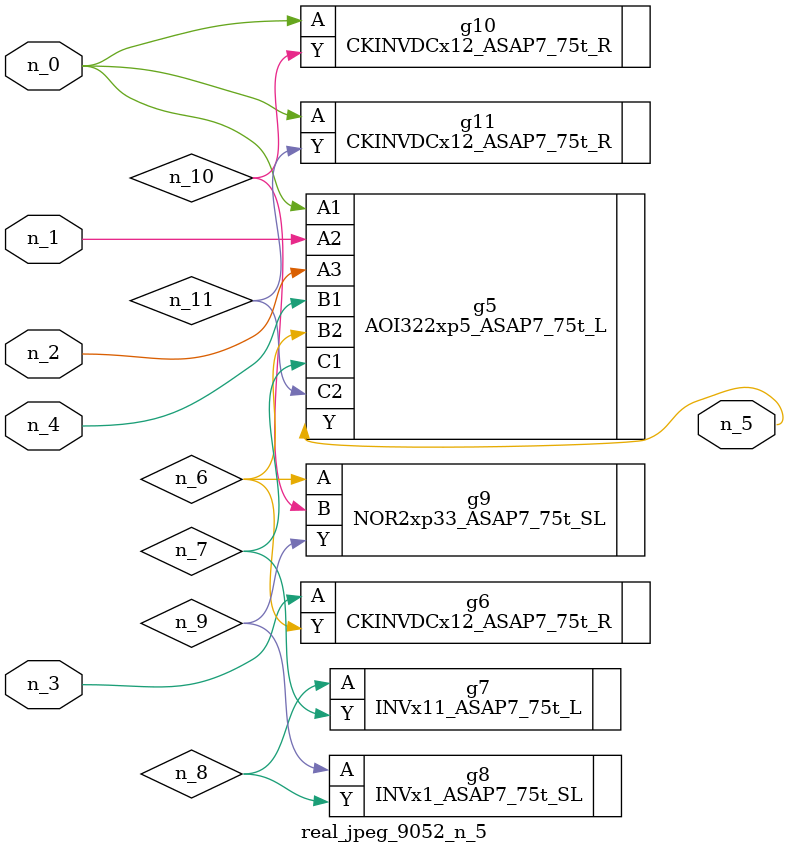
<source format=v>
module real_jpeg_9052_n_5 (n_4, n_0, n_1, n_2, n_3, n_5);

input n_4;
input n_0;
input n_1;
input n_2;
input n_3;

output n_5;

wire n_8;
wire n_11;
wire n_6;
wire n_7;
wire n_10;
wire n_9;

AOI322xp5_ASAP7_75t_L g5 ( 
.A1(n_0),
.A2(n_1),
.A3(n_2),
.B1(n_4),
.B2(n_6),
.C1(n_7),
.C2(n_11),
.Y(n_5)
);

CKINVDCx12_ASAP7_75t_R g10 ( 
.A(n_0),
.Y(n_10)
);

CKINVDCx12_ASAP7_75t_R g11 ( 
.A(n_0),
.Y(n_11)
);

CKINVDCx12_ASAP7_75t_R g6 ( 
.A(n_3),
.Y(n_6)
);

NOR2xp33_ASAP7_75t_SL g9 ( 
.A(n_6),
.B(n_10),
.Y(n_9)
);

INVx11_ASAP7_75t_L g7 ( 
.A(n_8),
.Y(n_7)
);

INVx1_ASAP7_75t_SL g8 ( 
.A(n_9),
.Y(n_8)
);


endmodule
</source>
